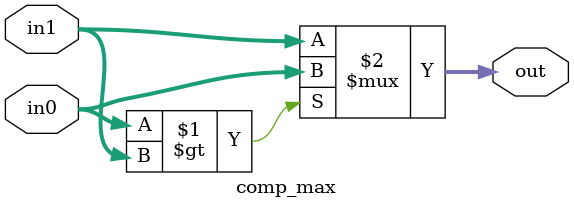
<source format=v>
module comp_max(in0, in1, out);
    input [7 : 0] in0, in1;
    output [7 : 0] out;
    
    assign out = (in0>in1)?in0 : in1;
    
endmodule
</source>
